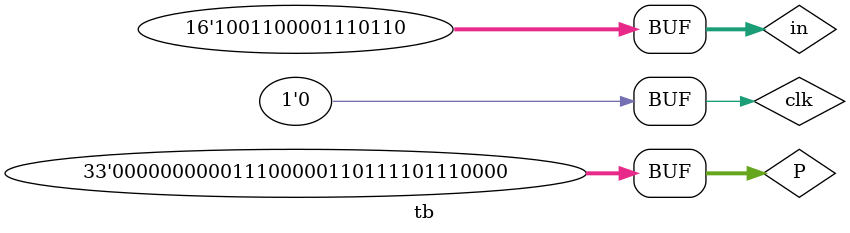
<source format=v>
module tb();
  reg[15:0] in;
  reg[4*8:0] P;
  reg clk;
  
  wire[15:0] out;
  
  
  StackMemory  sm(in,P,out,clk);
  
  initial
  begin
    
    
    $monitor("time=%d,out=%h",$time,out);
    
    in=16'hffff;
    P="pop";
    clk=!clk;
    #10
    P="push";
    #10
    
    in=16'hffaa;
    
    #10
    
    in=16'hf66f;
    
    #10
    
    in=16'hff9f;
    
    #10
    
    in=16'h0000;
    
    #10
    
    in=16'h666f;
    
    #10
    
    in=16'h1234;
    
    #10
    
    in=16'h9876;
    clk=1'b0;
    #10
    P="pop";
    clk=!clk;
    #10
    P="pop";
    clk=!clk;
    #10
    P="pop";
    clk=!clk;
    #10
    P="pop";
    clk=!clk;
    #10
    P="pop";
    clk=!clk;
    #10
    P="pop";
    clk=!clk;
    #10
    P="pop";
    clk=!clk;
    #10
    P="pop";
    clk=!clk;
    #10
    P="pop";
    clk=!clk;
    #10
    P="pop";
    clk=!clk;
  end
  
endmodule
</source>
